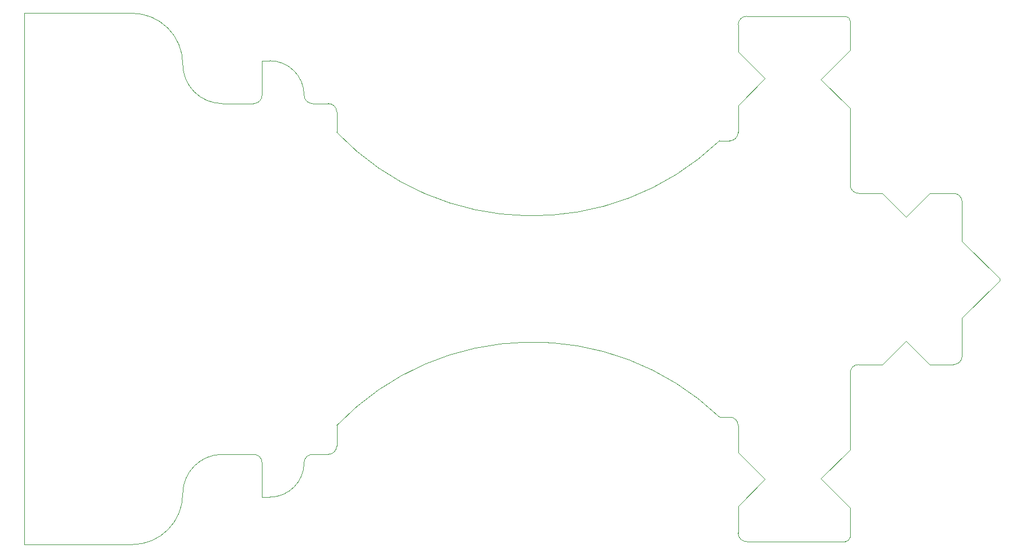
<source format=gbr>
%TF.GenerationSoftware,Altium Limited,Altium Designer,25.2.1 (25)*%
G04 Layer_Color=0*
%FSLAX45Y45*%
%MOMM*%
%TF.SameCoordinates,33AE00C6-E728-4630-B133-C83FF553AC26*%
%TF.FilePolarity,Positive*%
%TF.FileFunction,Profile,NP*%
%TF.Part,Single*%
G01*
G75*
%TA.AperFunction,Profile*%
%ADD48C,0.02540*%
D48*
X36100Y8557D02*
Y7990700D01*
X1648429D01*
D02*
G02*
X2410000Y7229129I0J-761572D01*
G01*
D02*
G03*
X3004871Y6634257I594871J0D01*
G01*
X3473000D01*
D02*
G03*
X3600000Y6761257I0J127000D01*
G01*
Y7277257D01*
X3714000D01*
D02*
G02*
X4230000Y6761257I0J-516000D01*
G01*
D02*
G03*
X4357000Y6634257I127000J0D01*
G01*
X4593000D01*
D02*
G02*
X4720000Y6507257I0J-127000D01*
G01*
Y6201257D01*
D02*
G03*
X10460000Y6074257I2933500J2806500D01*
G01*
X10613000D01*
D02*
G03*
X10740000Y6201257I0J127000D01*
G01*
Y6605443D01*
X11144186Y7009629D01*
X10740000Y7413814D01*
Y7818000D01*
D02*
G02*
X10867000Y7945000I127000J0D01*
G01*
X12350000D01*
D02*
G02*
X12420000Y7875000I0J-70000D01*
G01*
Y7437500D01*
X11982500Y7000000D01*
X12420000Y6562500D01*
Y5412000D01*
D02*
G03*
X12547000Y5285000I127000J0D01*
G01*
X12903500D01*
X13260001Y4928500D01*
X13616499Y5285000D01*
X13973000D01*
D02*
G02*
X14100000Y5158000I0J-127000D01*
G01*
Y4569064D01*
X14660001Y4009064D01*
Y3977193D01*
X14100000Y3417193D01*
Y2841257D01*
D02*
G02*
X13973000Y2714257I-127000J0D01*
G01*
X13616499D01*
X13260001Y3070757D01*
X12903500Y2714257D01*
X12547000D01*
D02*
G03*
X12420000Y2587257I0J-127000D01*
G01*
Y1436757D01*
X11982500Y999257D01*
X12420000Y561757D01*
Y124257D01*
D02*
G02*
X12350000Y54257I-70000J0D01*
G01*
X10867000D01*
D02*
G02*
X10740000Y181257I0J127000D01*
G01*
Y585443D01*
X11144186Y989628D01*
X10740000Y1393814D01*
Y1798000D01*
D02*
G03*
X10613000Y1925000I-127000J0D01*
G01*
X10460000D01*
D02*
G03*
X4720000Y1798000I-2806500J-2933500D01*
G01*
Y1492000D01*
D02*
G02*
X4593000Y1365000I-127000J0D01*
G01*
X4357000D01*
D02*
G03*
X4230000Y1238000I0J-127000D01*
G01*
D02*
G02*
X3714000Y722000I-516000J0D01*
G01*
X3600000D01*
Y1238000D01*
D02*
G03*
X3473000Y1365000I-127000J0D01*
G01*
X3004871D01*
D02*
G03*
X2410000Y770129I0J-594871D01*
G01*
D02*
G02*
X1648429Y8557I-761572J0D01*
G01*
X36100D01*
%TF.MD5,132449ec0749a3131a3b63a280ce5a1f*%
M02*

</source>
